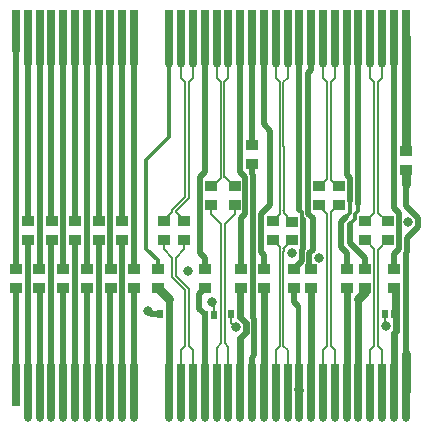
<source format=gbl>
G04 #@! TF.GenerationSoftware,KiCad,Pcbnew,(5.0.0-rc2-dev-707-g2ed24a4)*
G04 #@! TF.CreationDate,2018-05-18T15:55:42+01:00*
G04 #@! TF.ProjectId,pcie-probing-riser,706369652D70726F62696E672D726973,rev?*
G04 #@! TF.SameCoordinates,Original*
G04 #@! TF.FileFunction,Copper,L4,Bot,Signal*
G04 #@! TF.FilePolarity,Positive*
%FSLAX46Y46*%
G04 Gerber Fmt 4.6, Leading zero omitted, Abs format (unit mm)*
G04 Created by KiCad (PCBNEW (5.0.0-rc2-dev-707-g2ed24a4)) date Friday, 18 May 2018 at 15:55:42*
%MOMM*%
%LPD*%
G01*
G04 APERTURE LIST*
%ADD10C,0.650000*%
%ADD11R,0.650000X4.600000*%
%ADD12R,0.650000X3.600000*%
%ADD13R,1.000000X0.820000*%
%ADD14R,0.575000X0.650000*%
%ADD15C,0.800000*%
%ADD16C,0.500000*%
%ADD17C,0.300000*%
%ADD18C,0.800000*%
%ADD19C,0.150000*%
%ADD20C,0.600000*%
%ADD21C,0.400000*%
G04 APERTURE END LIST*
D10*
X32975001Y-2825001D03*
D11*
X32975001Y-525001D03*
D10*
X31975001Y-2825001D03*
D11*
X31975001Y-525001D03*
D10*
X30975001Y-2825001D03*
D11*
X30975001Y-525001D03*
D10*
X29975001Y-2825001D03*
D11*
X29975001Y-525001D03*
D10*
X28975001Y-2825001D03*
D11*
X28975001Y-525001D03*
D10*
X27975001Y-2825001D03*
D11*
X27975001Y-525001D03*
D10*
X26975001Y-2825001D03*
D11*
X26975001Y-525001D03*
D10*
X25975001Y-2825001D03*
D11*
X25975001Y-525001D03*
D10*
X24975001Y-2825001D03*
D11*
X24975001Y-525001D03*
D10*
X23975001Y-2825001D03*
D11*
X23975001Y-525001D03*
D10*
X22975001Y-2825001D03*
D11*
X22975001Y-525001D03*
D10*
X21975001Y-2825001D03*
D11*
X21975001Y-525001D03*
D10*
X20975001Y-2825001D03*
D11*
X20975001Y-525001D03*
D10*
X19975001Y-2825001D03*
D11*
X19975001Y-525001D03*
D10*
X18975001Y-2825001D03*
D11*
X18975001Y-525001D03*
D10*
X17975001Y-2825001D03*
D11*
X17975001Y-525001D03*
D10*
X16975001Y-2825001D03*
D11*
X16975001Y-525001D03*
D10*
X15975001Y-2825001D03*
D11*
X15975001Y-525001D03*
D10*
X14975001Y-2825001D03*
D11*
X14975001Y-525001D03*
D10*
X13975001Y-2825001D03*
D11*
X13975001Y-525001D03*
D10*
X12975001Y-2825001D03*
D11*
X12975001Y-525001D03*
D10*
X9975001Y-2825001D03*
D11*
X9975001Y-525001D03*
D10*
X8975001Y-2825001D03*
D11*
X8975001Y-525001D03*
D10*
X7975001Y-2825001D03*
D11*
X7975001Y-525001D03*
D10*
X6975001Y-2825001D03*
D11*
X6975001Y-525001D03*
D10*
X5975001Y-2825001D03*
D11*
X5975001Y-525001D03*
D10*
X4975001Y-2825001D03*
D11*
X4975001Y-525001D03*
D10*
X3975001Y-2825001D03*
D11*
X3975001Y-525001D03*
D10*
X2975001Y-2825001D03*
D11*
X2975001Y-525001D03*
D10*
X1975001Y-2825001D03*
D11*
X1975001Y-525001D03*
D10*
X975001Y-2825001D03*
D11*
X975001Y-525001D03*
D12*
X-24999Y-25001D03*
D13*
X0Y8200000D03*
X0Y9800000D03*
X1000000Y12200000D03*
X1000000Y13800000D03*
X1950000Y8200000D03*
X1950000Y9800000D03*
X3000000Y12200000D03*
X3000000Y13800000D03*
X4000000Y8200000D03*
X4000000Y9800000D03*
X5000000Y12200000D03*
X5000000Y13800000D03*
X6000000Y8200000D03*
X6000000Y9800000D03*
X7000000Y12200000D03*
X7000000Y13800000D03*
X8000000Y8200000D03*
X8000000Y9800000D03*
X9000000Y12200000D03*
X9000000Y13800000D03*
X10000000Y8200000D03*
X10000000Y9800000D03*
X12000000Y8200000D03*
X12000000Y9800000D03*
X12500000Y12200000D03*
X12500000Y13800000D03*
X14250000Y12200000D03*
X14250000Y13800000D03*
X16000000Y8200000D03*
X16000000Y9800000D03*
X16500000Y15200000D03*
X16500000Y16800000D03*
X18500000Y15200000D03*
X18500000Y16800000D03*
X19000000Y8200000D03*
X19000000Y9800000D03*
X20000000Y18700000D03*
X20000000Y20300000D03*
X21000000Y8200000D03*
X21000000Y9800000D03*
X21717000Y12200000D03*
X21717000Y13800000D03*
X23368000Y12192000D03*
X23368000Y13792000D03*
X23500000Y8200000D03*
X23500000Y9800000D03*
X25000000Y8200000D03*
X25000000Y9800000D03*
X25654000Y15200000D03*
X25654000Y16800000D03*
X27305000Y15200000D03*
X27305000Y16800000D03*
X28000000Y8200000D03*
X28000000Y9800000D03*
X29500000Y8200000D03*
X29500000Y9800000D03*
X29500000Y12200000D03*
X29500000Y13800000D03*
X31500000Y12200000D03*
X31500000Y13800000D03*
X32000000Y8200000D03*
X32000000Y9800000D03*
X33000000Y18200000D03*
X33000000Y19800000D03*
D14*
X12935100Y5943600D03*
X12160100Y5943600D03*
X16745100Y5892800D03*
X15970100Y5892800D03*
X18980300Y5943600D03*
X18205300Y5943600D03*
X31966200Y5943600D03*
X31191200Y5943600D03*
D12*
X-24999Y29924999D03*
D11*
X975001Y29424999D03*
D10*
X975001Y27124999D03*
D11*
X1975001Y29424999D03*
D10*
X1975001Y27124999D03*
D11*
X2975001Y29424999D03*
D10*
X2975001Y27124999D03*
D11*
X3975001Y29424999D03*
D10*
X3975001Y27124999D03*
D11*
X4975001Y29424999D03*
D10*
X4975001Y27124999D03*
D11*
X5975001Y29424999D03*
D10*
X5975001Y27124999D03*
D11*
X6975001Y29424999D03*
D10*
X6975001Y27124999D03*
D11*
X7975001Y29424999D03*
D10*
X7975001Y27124999D03*
D11*
X8975001Y29424999D03*
D10*
X8975001Y27124999D03*
D11*
X9975001Y29424999D03*
D10*
X9975001Y27124999D03*
D11*
X12975001Y29424999D03*
D10*
X12975001Y27124999D03*
D11*
X13975001Y29424999D03*
D10*
X13975001Y27124999D03*
D11*
X14975001Y29424999D03*
D10*
X14975001Y27124999D03*
D11*
X15975001Y29424999D03*
D10*
X15975001Y27124999D03*
D11*
X16975001Y29424999D03*
D10*
X16975001Y27124999D03*
D11*
X17975001Y29424999D03*
D10*
X17975001Y27124999D03*
D11*
X18975001Y29424999D03*
D10*
X18975001Y27124999D03*
D11*
X19975001Y29424999D03*
D10*
X19975001Y27124999D03*
D11*
X20975001Y29424999D03*
D10*
X20975001Y27124999D03*
D11*
X21975001Y29424999D03*
D10*
X21975001Y27124999D03*
D11*
X22975001Y29424999D03*
D10*
X22975001Y27124999D03*
D11*
X23975001Y29424999D03*
D10*
X23975001Y27124999D03*
D11*
X24975001Y29424999D03*
D10*
X24975001Y27124999D03*
D11*
X25975001Y29424999D03*
D10*
X25975001Y27124999D03*
D11*
X26975001Y29424999D03*
D10*
X26975001Y27124999D03*
D11*
X27975001Y29424999D03*
D10*
X27975001Y27124999D03*
D11*
X28975001Y29424999D03*
D10*
X28975001Y27124999D03*
D11*
X29975001Y29424999D03*
D10*
X29975001Y27124999D03*
D11*
X30975001Y29424999D03*
D10*
X30975001Y27124999D03*
D11*
X31975001Y29424999D03*
D10*
X31975001Y27124999D03*
D11*
X32975001Y29424999D03*
D10*
X32975001Y27124999D03*
D15*
X31292800Y4927600D03*
X16604279Y6943452D03*
X18606022Y4832780D03*
X11125200Y6248400D03*
X14528800Y9601200D03*
X25620899Y10746550D03*
X23370877Y11174619D03*
X33200011Y13724969D03*
D16*
X-24999Y8175001D02*
X0Y8200000D01*
X-24999Y-25001D02*
X-24999Y8175001D01*
X975001Y12175001D02*
X1000000Y12200000D01*
X975001Y-525001D02*
X975001Y12175001D01*
X1975001Y8174999D02*
X1950000Y8200000D01*
X1975001Y-525001D02*
X1975001Y8174999D01*
X3975001Y8175001D02*
X4000000Y8200000D01*
X3975001Y-525001D02*
X3975001Y8175001D01*
X4975001Y12175001D02*
X5000000Y12200000D01*
X4975001Y-525001D02*
X4975001Y12175001D01*
X5975001Y8175001D02*
X6000000Y8200000D01*
X5975001Y-525001D02*
X5975001Y8175001D01*
X6975001Y12175001D02*
X7000000Y12200000D01*
X6975001Y-525001D02*
X6975001Y12175001D01*
X7975001Y8175001D02*
X8000000Y8200000D01*
X7975001Y-525001D02*
X7975001Y8175001D01*
X8975001Y12175001D02*
X9000000Y12200000D01*
X8975001Y-525001D02*
X8975001Y12175001D01*
X9975001Y8175001D02*
X10000000Y8200000D01*
X9975001Y-525001D02*
X9975001Y8175001D01*
D17*
X12975001Y27124999D02*
X12975001Y20975001D01*
X12975001Y20975001D02*
X11000000Y19000000D01*
X12000000Y10510000D02*
X12000000Y9800000D01*
X11000000Y11510000D02*
X12000000Y10510000D01*
X11000000Y19000000D02*
X11000000Y11510000D01*
D16*
X16000000Y9800000D02*
X16000000Y10710000D01*
X15599999Y11110001D02*
X15599999Y17599999D01*
X16000000Y10710000D02*
X15599999Y11110001D01*
X15599999Y17599999D02*
X16000000Y18000000D01*
X15975001Y18024999D02*
X16000000Y18000000D01*
X15975001Y29424999D02*
X15975001Y18024999D01*
X19000000Y9800000D02*
X19000000Y14069998D01*
X19000000Y14069998D02*
X19400001Y14469999D01*
X19400001Y17530001D02*
X18975001Y17955001D01*
X18975001Y17955001D02*
X18975001Y29424999D01*
X19400001Y14469999D02*
X19400001Y17530001D01*
X19975001Y20324999D02*
X20000000Y20300000D01*
X19975001Y29424999D02*
X19975001Y20324999D01*
X19975001Y-525001D02*
X19975001Y2274999D01*
X20156035Y2456033D02*
X20156035Y5530736D01*
X20000000Y17790000D02*
X20000000Y18700000D01*
X20050012Y5636759D02*
X20050012Y17739988D01*
X19975001Y2274999D02*
X20156035Y2456033D01*
X20050012Y17739988D02*
X20000000Y17790000D01*
X20156035Y5530736D02*
X20050012Y5636759D01*
X21000000Y9800000D02*
X21000000Y11000000D01*
X21000000Y11000000D02*
X20750000Y11250000D01*
X20750000Y14463002D02*
X21500000Y15213002D01*
X20750000Y11250000D02*
X20750000Y14463002D01*
X21500000Y15213002D02*
X21500000Y21500000D01*
X20975001Y22024999D02*
X20975001Y29424999D01*
X21500000Y21500000D02*
X20975001Y22024999D01*
D17*
X24250000Y14000000D02*
X24168001Y14081999D01*
X24268001Y14000000D02*
X24250000Y14000000D01*
D16*
X23975001Y29424999D02*
X23975001Y14774999D01*
D17*
X24168001Y14100000D02*
X24268001Y14000000D01*
X24168001Y14581999D02*
X24168001Y14100000D01*
X23975001Y14774999D02*
X24168001Y14581999D01*
D16*
X23500000Y9800000D02*
X24170887Y10470887D01*
X24170887Y10470887D02*
X24170887Y11399794D01*
X24170887Y11399794D02*
X24268001Y11496908D01*
X24268001Y11496908D02*
X24268001Y14000000D01*
X24750000Y14473998D02*
X25096221Y14127777D01*
X24975001Y26624999D02*
X24750000Y26399998D01*
X24820898Y9979102D02*
X25000000Y9800000D01*
X24975001Y29424999D02*
X24975001Y26624999D01*
X24750000Y26399998D02*
X24750000Y14473998D01*
X24820898Y11130551D02*
X24820898Y9979102D01*
X25096221Y11405874D02*
X24820898Y11130551D01*
X25096221Y14127777D02*
X25096221Y11405874D01*
X28000000Y11150744D02*
X27500000Y11650744D01*
X28000000Y9800000D02*
X28000000Y11150744D01*
X27500000Y11650744D02*
X27500000Y13750000D01*
X27500000Y13750000D02*
X27949989Y14199989D01*
D17*
X27949989Y14199989D02*
X28250000Y14500000D01*
D16*
X27975001Y26624999D02*
X28000000Y26600000D01*
X27975001Y29424999D02*
X27975001Y26624999D01*
X28000000Y26600000D02*
X28000000Y17750000D01*
X28000000Y17750000D02*
X28250000Y17500000D01*
X28250000Y17500000D02*
X28250000Y15500000D01*
D17*
X28250000Y14750000D02*
X28250000Y15000000D01*
X28250000Y15500000D02*
X28250000Y14750000D01*
X28250000Y14500000D02*
X28250000Y14750000D01*
X28250000Y14500000D02*
X27500000Y13750000D01*
D16*
X28250000Y11960000D02*
X28250000Y13580748D01*
X29500000Y10710000D02*
X28250000Y11960000D01*
X29500000Y9800000D02*
X29500000Y10710000D01*
X28975001Y29424999D02*
X28975001Y15274999D01*
D17*
X28699999Y14030747D02*
X28250000Y13580748D01*
X28975001Y14725003D02*
X28699999Y14450001D01*
X28699999Y14450001D02*
X28699999Y14030747D01*
X28975001Y15274999D02*
X28975001Y14725003D01*
D16*
X32000000Y9800000D02*
X32000000Y11069998D01*
X32400001Y14530001D02*
X31975001Y14955001D01*
X32000000Y11069998D02*
X32400001Y11469999D01*
X32400001Y11469999D02*
X32400001Y14530001D01*
X31975001Y14955001D02*
X31975001Y26624999D01*
X31975001Y26624999D02*
X31975001Y29424999D01*
D18*
X32975001Y19824999D02*
X33000000Y19800000D01*
X32975001Y29424999D02*
X32975001Y19824999D01*
D16*
X-24999Y9824999D02*
X0Y9800000D01*
X-24999Y29924999D02*
X-24999Y9824999D01*
X975001Y13824999D02*
X1000000Y13800000D01*
X975001Y29424999D02*
X975001Y13824999D01*
X1975001Y9825001D02*
X1950000Y9800000D01*
X1975001Y29424999D02*
X1975001Y9825001D01*
X2975001Y13824999D02*
X3000000Y13800000D01*
X2975001Y29424999D02*
X2975001Y13824999D01*
X3975001Y9824999D02*
X4000000Y9800000D01*
X3975001Y29424999D02*
X3975001Y9824999D01*
X4975001Y13824999D02*
X5000000Y13800000D01*
X4975001Y29424999D02*
X4975001Y13824999D01*
X5975001Y9824999D02*
X6000000Y9800000D01*
X5975001Y27124999D02*
X5975001Y9824999D01*
X6975001Y13824999D02*
X7000000Y13800000D01*
X6975001Y29424999D02*
X6975001Y13824999D01*
X7975001Y9824999D02*
X8000000Y9800000D01*
X7975001Y29424999D02*
X7975001Y9824999D01*
X8975001Y13824999D02*
X9000000Y13800000D01*
X8975001Y27124999D02*
X8975001Y13824999D01*
X9975001Y9824999D02*
X10000000Y9800000D01*
X9975001Y27124999D02*
X9975001Y9824999D01*
D19*
X14322501Y25627498D02*
X14322501Y15888169D01*
X13975001Y25974998D02*
X14322501Y25627498D01*
X13975001Y29424999D02*
X13975001Y25974998D01*
X12500000Y13890000D02*
X12500000Y13800000D01*
X13222500Y14612500D02*
X12500000Y13890000D01*
X14322501Y15888169D02*
X13222500Y14788168D01*
X13222500Y14788168D02*
X13222500Y14612500D01*
X14322501Y3272500D02*
X14322501Y7961831D01*
X13975001Y2925000D02*
X14322501Y3272500D01*
X13975001Y-525001D02*
X13975001Y2925000D01*
X12500000Y11449999D02*
X12500000Y12200000D01*
X13222500Y10727499D02*
X12500000Y11449999D01*
X13222500Y9061832D02*
X13222500Y10727499D01*
X14322501Y7961831D02*
X13222500Y9061832D01*
X14627501Y3272500D02*
X14627501Y8088167D01*
X14975001Y2925000D02*
X14627501Y3272500D01*
X14975001Y-525001D02*
X14975001Y2925000D01*
X13527500Y9188168D02*
X13527500Y10727499D01*
X14250000Y11449999D02*
X14250000Y12200000D01*
X13527500Y10727499D02*
X14250000Y11449999D01*
X14627501Y8088167D02*
X13527500Y9188168D01*
X14975001Y25974998D02*
X14627501Y25627498D01*
X14627501Y25627498D02*
X14627501Y15761833D01*
X14975001Y29424999D02*
X14975001Y25974998D01*
X14250000Y13890000D02*
X14250000Y13800000D01*
X13527500Y14612500D02*
X14250000Y13890000D01*
X13527500Y14661832D02*
X13527500Y14612500D01*
X14627501Y15761833D02*
X13527500Y14661832D01*
X16975001Y-525001D02*
X16975001Y2925000D01*
X16500000Y14449999D02*
X17347500Y13602499D01*
X16500000Y15200000D02*
X16500000Y14449999D01*
X16975001Y3127501D02*
X17335000Y3487500D01*
X16975001Y2925000D02*
X16975001Y3127501D01*
X17335000Y3487500D02*
X17347500Y3500000D01*
X17347500Y13602499D02*
X17335000Y3487500D01*
X16975001Y25974998D02*
X17322501Y25627498D01*
X16975001Y29424999D02*
X16975001Y25974998D01*
X16500000Y16800000D02*
X16647600Y16800000D01*
X17310011Y17462411D02*
X17322501Y17688169D01*
X16647600Y16800000D02*
X17310011Y17462411D01*
X17322501Y25627498D02*
X17310011Y17462411D01*
X17975001Y25974998D02*
X17627501Y25627498D01*
X17975001Y29424999D02*
X17975001Y25974998D01*
X18500000Y16800000D02*
X18404400Y16800000D01*
X18404400Y16800000D02*
X17642567Y17561833D01*
X17633487Y17561833D02*
X17633469Y17561504D01*
X17642567Y17561833D02*
X17633487Y17561833D01*
X17633469Y17561504D02*
X17627501Y17561833D01*
X17627501Y25627498D02*
X17633469Y17561504D01*
X17975001Y-525001D02*
X17975001Y2925000D01*
X18500000Y14449999D02*
X17652500Y13602499D01*
X18500000Y15200000D02*
X18500000Y14449999D01*
X17664990Y3487510D02*
X17664990Y3500000D01*
X17975001Y3177499D02*
X17664990Y3487510D01*
X17975001Y2925000D02*
X17975001Y3177499D01*
X17664990Y3500000D02*
X17652500Y3500000D01*
X17652500Y13602499D02*
X17664990Y3500000D01*
X21975001Y25974998D02*
X22322501Y25627498D01*
X21975001Y29424999D02*
X21975001Y25974998D01*
X21717000Y13800000D02*
X21724800Y13800000D01*
X21724800Y13800000D02*
X22322501Y14397701D01*
X22322501Y14617835D02*
X22322501Y14888169D01*
X22322501Y14397701D02*
X22322501Y14617835D01*
X22322501Y25627498D02*
X22322501Y14617835D01*
X21975001Y-525001D02*
X21975001Y2925000D01*
X21975001Y2925000D02*
X22322501Y3272500D01*
X22322501Y3272500D02*
X22322501Y10862831D01*
X21717000Y12200000D02*
X21717000Y12192000D01*
X21717000Y12192000D02*
X22310001Y11598999D01*
X22310001Y11598999D02*
X22322501Y11527911D01*
X22322501Y10862831D02*
X22310001Y11598999D01*
X22975001Y2925000D02*
X22627501Y3272500D01*
X22975001Y-525001D02*
X22975001Y2925000D01*
X22627501Y3272500D02*
X22627501Y10989167D01*
X23291590Y12192000D02*
X22639991Y11540401D01*
X23368000Y12192000D02*
X23291590Y12192000D01*
X22639991Y11527911D02*
X22627501Y11527911D01*
X22639991Y11540401D02*
X22639991Y11527911D01*
X22627501Y10989167D02*
X22639991Y11527911D01*
X22975001Y25974998D02*
X22627501Y25627498D01*
X22975001Y29424999D02*
X22975001Y25974998D01*
X23368000Y13792000D02*
X23342800Y13792000D01*
X23342800Y13792000D02*
X22652491Y14482309D01*
X22652491Y14482309D02*
X22652491Y14754521D01*
X22639991Y14767021D02*
X22627501Y14761833D01*
X22652491Y14754521D02*
X22639991Y14767021D01*
X22627501Y25627498D02*
X22639991Y14767021D01*
X25975001Y29424999D02*
X25975001Y25974998D01*
X25975001Y25974998D02*
X26322501Y25627498D01*
X25654000Y16800000D02*
X25690000Y16800000D01*
X25690000Y16800000D02*
X26315168Y17425168D01*
X26315168Y17425168D02*
X26322501Y17688169D01*
X26322501Y25627498D02*
X26315168Y17425168D01*
X25975001Y2925000D02*
X26322501Y3272500D01*
X25975001Y-525001D02*
X25975001Y2925000D01*
X25654000Y15200000D02*
X25654000Y15113000D01*
X25654000Y15113000D02*
X26297511Y14469489D01*
X26297511Y14469489D02*
X26322501Y14101831D01*
X26322501Y3272500D02*
X26297511Y14469489D01*
X26975001Y2925000D02*
X26627501Y3272500D01*
X26975001Y-525001D02*
X26975001Y2925000D01*
X26627501Y3272500D02*
X26627501Y14228167D01*
X27215000Y15200000D02*
X27305000Y15200000D01*
X26627501Y14612501D02*
X27215000Y15200000D01*
X26627501Y14228167D02*
X26627501Y14612501D01*
X26975001Y25974998D02*
X26627501Y25627498D01*
X26975001Y29424999D02*
X26975001Y25974998D01*
X27192800Y16800000D02*
X26645157Y17347643D01*
X27305000Y16800000D02*
X27192800Y16800000D01*
X26636345Y17552990D02*
X26636584Y17561579D01*
X26645157Y17544177D02*
X26636345Y17552990D01*
X26645157Y17347643D02*
X26645157Y17544177D01*
X26636584Y17561579D02*
X26627501Y17561833D01*
X26627501Y25627498D02*
X26636584Y17561579D01*
X29975001Y25974998D02*
X30322501Y25627498D01*
X29975001Y29424999D02*
X29975001Y25974998D01*
X30322501Y25627498D02*
X30322501Y14611831D01*
X29500000Y13800000D02*
X29598800Y13800000D01*
X30322501Y14523701D02*
X30322501Y14611831D01*
X29598800Y13800000D02*
X30322501Y14523701D01*
X29975001Y2925000D02*
X30322501Y3272500D01*
X29975001Y-525001D02*
X29975001Y2925000D01*
X30322501Y3272500D02*
X30322501Y11117831D01*
X29500000Y12200000D02*
X29583000Y12200000D01*
X30272946Y11510054D02*
X30310001Y11510054D01*
X29583000Y12200000D02*
X30272946Y11510054D01*
X30310001Y11510054D02*
X30322501Y11510054D01*
X30322501Y11117831D02*
X30310001Y11510054D01*
X30975001Y2925000D02*
X30627501Y3272500D01*
X30975001Y-525001D02*
X30975001Y2925000D01*
X30627501Y3272500D02*
X30627501Y11244167D01*
X31500000Y12200000D02*
X31377000Y12200000D01*
X30687054Y11510054D02*
X30639991Y11510054D01*
X31377000Y12200000D02*
X30687054Y11510054D01*
X30639991Y11510054D02*
X30627501Y11510054D01*
X30627501Y11244167D02*
X30639991Y11510054D01*
X30975001Y25974998D02*
X30627501Y25627498D01*
X30975001Y29424999D02*
X30975001Y25974998D01*
X31500000Y13800000D02*
X31412000Y13800000D01*
X31412000Y13800000D02*
X30652491Y14559509D01*
X30652491Y14559509D02*
X30652491Y14738167D01*
X30652491Y14738167D02*
X30627501Y14738167D01*
X30627501Y25627498D02*
X30652491Y14738167D01*
D16*
X2975001Y12175001D02*
X3000000Y12200000D01*
X2975001Y-525001D02*
X2975001Y12175001D01*
D18*
X15975001Y8175001D02*
X16000000Y8200000D01*
D17*
X16000000Y6011300D02*
X15932300Y5943600D01*
D16*
X15970100Y5930300D02*
X15494000Y6406400D01*
X15970100Y5892800D02*
X15970100Y5930300D01*
X15494000Y7694000D02*
X16000000Y8200000D01*
X15494000Y6406400D02*
X15494000Y7694000D01*
X15970100Y-520100D02*
X15975001Y-525001D01*
X15970100Y5892800D02*
X15970100Y-520100D01*
D18*
X18975001Y8175001D02*
X19000000Y8200000D01*
D17*
X19000000Y5963300D02*
X18980300Y5943600D01*
X19000000Y8200000D02*
X19000000Y5963300D01*
D20*
X18975001Y5721805D02*
X18975001Y8175001D01*
X18975001Y3943755D02*
X19456024Y4424778D01*
X19456024Y4424778D02*
X19456024Y5240782D01*
X19456024Y5240782D02*
X18975001Y5721805D01*
X18975001Y-525001D02*
X18975001Y3943755D01*
D18*
X20975001Y8175001D02*
X21000000Y8200000D01*
D20*
X20975001Y-525001D02*
X20975001Y8175001D01*
D17*
X21000000Y5961800D02*
X21018200Y5943600D01*
X21000000Y8200000D02*
X21000000Y5961800D01*
D18*
X23850002Y-400002D02*
X23924991Y-474991D01*
D21*
X23850002Y6639998D02*
X23850002Y-400002D01*
D16*
X23500000Y6990000D02*
X23500000Y8200000D01*
X23850002Y6639998D02*
X23500000Y6990000D01*
D17*
X23868402Y6639998D02*
X23850002Y6639998D01*
X23939800Y6568600D02*
X23868402Y6639998D01*
X23939800Y5943600D02*
X23939800Y6568600D01*
D18*
X24975001Y8175001D02*
X25000000Y8200000D01*
D20*
X24975001Y-525001D02*
X24975001Y8175001D01*
D17*
X25000000Y5956100D02*
X25012500Y5943600D01*
X25000000Y8200000D02*
X25000000Y5956100D01*
D18*
X27975001Y8175001D02*
X28000000Y8200000D01*
D20*
X27975001Y-525001D02*
X27975001Y8175001D01*
D17*
X28000000Y5990600D02*
X27953000Y5943600D01*
X28000000Y8200000D02*
X28000000Y5990600D01*
D18*
X29500000Y7799998D02*
X29500000Y8200000D01*
X28975001Y7274999D02*
X29500000Y7799998D01*
D20*
X28975001Y-525001D02*
X28975001Y7274999D01*
D17*
X28974900Y7274898D02*
X28974900Y5943600D01*
X28975001Y7274999D02*
X28974900Y7274898D01*
D18*
X31975001Y8175001D02*
X32000000Y8200000D01*
D17*
X32000000Y5977400D02*
X31966200Y5943600D01*
X32000000Y8200000D02*
X32000000Y5977400D01*
D20*
X32142802Y8007200D02*
X31975001Y8175001D01*
X31975001Y4351797D02*
X32142802Y4519598D01*
X32142802Y4519598D02*
X32142802Y8007200D01*
X31975001Y-525001D02*
X31975001Y4351797D01*
D18*
X32975001Y-525001D02*
X32975001Y2574999D01*
X33000000Y16990000D02*
X33000000Y18200000D01*
D16*
X33000000Y15108982D02*
X33000000Y16990000D01*
X34000012Y14108970D02*
X33000000Y15108982D01*
X32975000Y11125746D02*
X33050011Y11200757D01*
X34000012Y13340968D02*
X34000012Y14108970D01*
X33050011Y12390967D02*
X34000012Y13340968D01*
X33050011Y11200757D02*
X33050011Y12390967D01*
X32975001Y2574999D02*
X32975000Y11125746D01*
D19*
X31191200Y5943600D02*
X31191200Y5029200D01*
X31191200Y5029200D02*
X31292800Y4927600D01*
X16745100Y6802631D02*
X16604279Y6943452D01*
X16745100Y5892800D02*
X16745100Y6802631D01*
X18206023Y5232779D02*
X18606022Y4832780D01*
X18205300Y5943600D02*
X18205300Y5233502D01*
X18205300Y5233502D02*
X18206023Y5232779D01*
D16*
X11430000Y5943600D02*
X11125200Y6248400D01*
X12160100Y5943600D02*
X11430000Y5943600D01*
D18*
X12975001Y7224999D02*
X12000000Y8200000D01*
D20*
X12975001Y-525001D02*
X12975001Y7224999D01*
D17*
X13023700Y7176300D02*
X13023700Y5943600D01*
X12975001Y7224999D02*
X13023700Y7176300D01*
M02*

</source>
